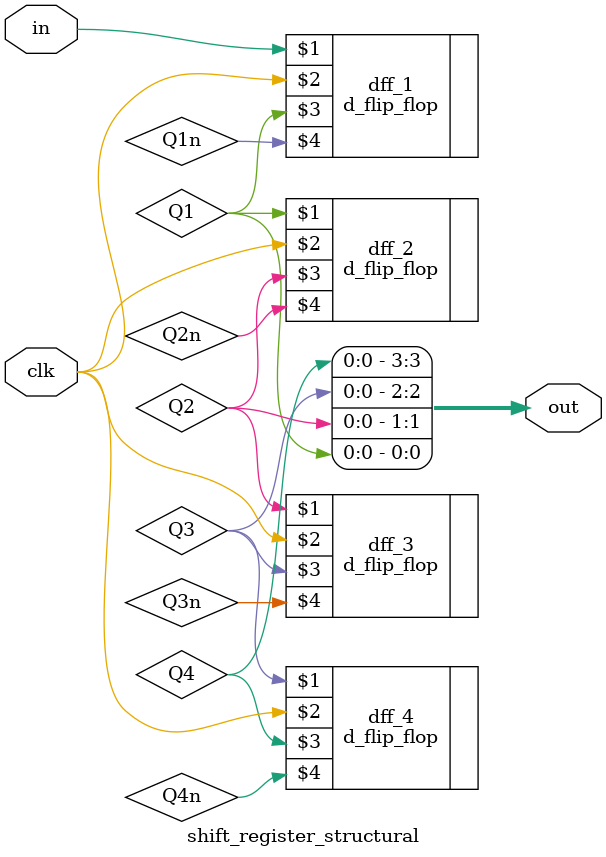
<source format=v>
module shift_register_structural (
    input in,
    input clk,
    output [3:0] out
);
    wire Q1, Q2, Q3, Q4;
    wire Q1n, Q2n, Q3n, Q4n;

    d_flip_flop dff_1(in, clk, Q1, Q1n); // TODO
    d_flip_flop dff_2(Q1, clk, Q2, Q2n); // TODO
    d_flip_flop dff_3(Q2, clk, Q3, Q3n); // TODO
    d_flip_flop dff_4(Q3, clk, Q4, Q4n); // TODO

    assign out = {Q4, Q3, Q2, Q1}; // TODO
endmodule

</source>
